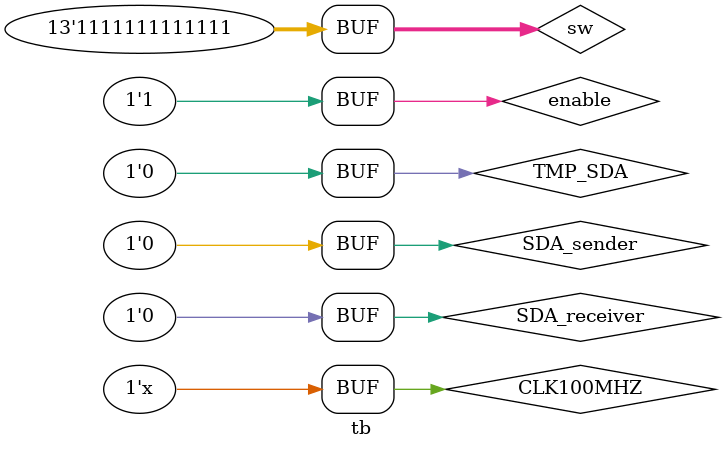
<source format=v>
`timescale 1ns / 1ps


module tb;
    reg        CLK100MHZ;        // nexys clk signal
    reg         reset;          // btnC on nexys
    reg  [12:0] sw;      //for switch input
    reg      enable;  // for change of input between switches and sensor
    wire        TMP_SDA;     // i2c sda on temp sensor - bidirectional
    reg        SDA_receiver;
    wire       SDA_sender;
    wire       TMP_SCL;          // i2c scl on temp sensor
    wire [6:0]  SEG;             // 7 segments of each display
    wire [7:0]  AN;              // 4 anodes of 4 displays
    wire dp;            // 4 anodes always OFF
    wire [15:0]  LED ;             // nexys leds = binary temp in deg C
    wire  R;
    wire  G;
    wire  B;

assign TMP_SDA = SDA_receiver;
assign SDA_sender = TMP_SDA;
top uut(
    .CLK100MHZ(CLK100MHZ),
    .reset(reset),
    .sw(sw),
    .enable(enable),
    .TMP_SDA(TMP_SDA),
    .TMP_SCL(TMP_SCL),
    .SEG(SEG),
    .AN(AN),
    .dp(dp),
    .LED(LED),
    .R(R),
    .G(G),
    .B(B)

);

always
#5 
CLK100MHZ=~CLK100MHZ;
initial begin
#10 
CLK100MHZ=0;
enable=1;
sw=13'b1100110010011;
SDA_receiver=1;
#10 
enable=1;
sw=13'b0000000000001;
SDA_receiver=0;

#10 
enable=0;
sw=13'b1101110111011;
SDA_receiver=0;

#10 
enable=1;
sw=13'b1111111111111;
SDA_receiver=0;
end

endmodule

</source>
